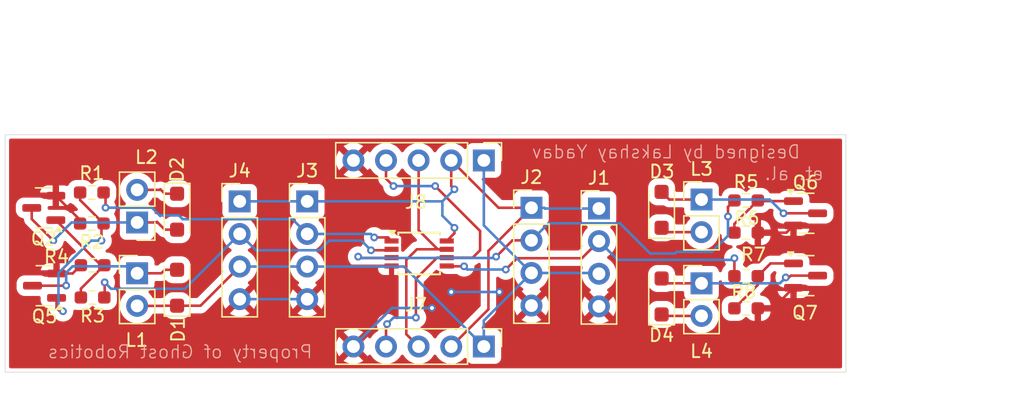
<source format=kicad_pcb>
(kicad_pcb (version 20241229) (generator "pcbnew") (generator_version "9.0")
  (layers (0 "F.Cu" signal) (2 "B.Cu" signal) (13 "F.Paste" user) (15 "B.Paste" user) (5 "F.SilkS" user "F.Silkscreen") (7 "B.SilkS" user "B.Silkscreen") (1 "F.Mask" user) (3 "B.Mask" user) (25 "Edge.Cuts" user))
  (net 0 "")
  (net 1 "Net-(D1-A)")
  (net 2 "+5V")
  (net 3 "GND")
  (net 4 "Net-(D2-A)")
  (net 5 "scl")
  (net 6 "+3.3V")
  (net 7 "sda")
  (net 8 "Net-(D3-A)")
  (net 9 "Net-(D4-A)")
  (net 10 "Net-(J1-Pin_2)")
  (net 11 "Net-(J2-Pin_2)")
  (net 12 "Net-(J3-Pin_2)")
  (net 13 "Net-(J4-Pin_2)")
  (net 14 "Net-(Q2-G)")
  (net 15 "Net-(Q5-G)")
  (net 16 "Net-(Q6-G)")
  (net 17 "Net-(Q7-G)")
  (footprint "Connector_PinHeader_2.54mm:PinHeader_1x02_P2.54mm_Vertical" (layer "F.Cu") (at 112.25 61.325)
    (property "Reference" "L4" (at 0 5.295 0) (layer "F.SilkS"))
    (property "Value" "L")
    (fp_line (start -1.38 -1.38) (end 0 -1.38) (stroke (width 0.12)) (layer "F.SilkS"))
    (fp_line (start -1.38 0) (end -1.38 -1.38) (stroke (width 0.12)) (layer "F.SilkS"))
    (fp_line (start -1.38 1.27) (end -1.38 3.92) (stroke (width 0.12)) (layer "F.SilkS"))
    (fp_line (start -1.38 1.27) (end 1.38 1.27) (stroke (width 0.12)) (layer "F.SilkS"))
    (fp_line (start -1.38 3.92) (end 1.38 3.92) (stroke (width 0.12)) (layer "F.SilkS"))
    (fp_line (start 1.38 1.27) (end 1.38 3.92) (stroke (width 0.12)) (layer "F.SilkS"))
    (pad "1" thru_hole rect (at 0 0) (size 1.7 1.7) (drill 1) (layers "*.Cu" "*.Mask") (net 9 "Net-(D4-A)"))
    (pad "2" thru_hole circle (at 0 2.54) (size 1.7 1.7) (drill 1) (layers "*.Cu" "*.Mask") (net 2 "+5V"))
  )
  (footprint "Resistor_SMD:R_0603_1608Metric_Pad0.98x0.95mm_HandSolder" (layer "F.Cu") (at 115.725 60.765)
    (property "Reference" "R7" (at 0.5675 -1.68 0) (layer "F.SilkS"))
    (property "Value" "500")
    (fp_line (start -0.254724 -0.5225) (end 0.254724 -0.5225) (stroke (width 0.12)) (layer "F.SilkS"))
    (fp_line (start -0.254724 0.5225) (end 0.254724 0.5225) (stroke (width 0.12)) (layer "F.SilkS"))
    (pad "1" smd roundrect (at -0.9125 0) (size 0.975 0.95) (layers "F.Cu" "F.Mask" "F.Paste") (net 10 "Net-(J1-Pin_2)"))
    (pad "2" smd roundrect (at 0.9125 0) (size 0.975 0.95) (layers "F.Cu" "F.Mask" "F.Paste") (net 17 "Net-(Q7-G)"))
  )
  (footprint "Resistor_SMD:R_0603_1608Metric_Pad0.98x0.95mm_HandSolder" (layer "F.Cu") (at 115.725 63.275)
    (property "Reference" "R8" (at -0.1825 -1.275 0) (layer "F.SilkS"))
    (property "Value" "10K")
    (fp_line (start -0.254724 -0.5225) (end 0.254724 -0.5225) (stroke (width 0.12)) (layer "F.SilkS"))
    (fp_line (start -0.254724 0.5225) (end 0.254724 0.5225) (stroke (width 0.12)) (layer "F.SilkS"))
    (pad "1" smd roundrect (at -0.9125 0) (size 0.975 0.95) (layers "F.Cu" "F.Mask" "F.Paste") (net 17 "Net-(Q7-G)"))
    (pad "2" smd roundrect (at 0.9125 0) (size 0.975 0.95) (layers "F.Cu" "F.Mask" "F.Paste") (net 3 "GND"))
  )
  (footprint "Resistor_SMD:R_0603_1608Metric_Pad0.98x0.95mm_HandSolder" (layer "F.Cu") (at 64.807819 59.917146 180)
    (property "Reference" "R4" (at 2.807819 0.667146 0) (layer "F.SilkS"))
    (property "Value" "10K")
    (fp_line (start -0.254724 0.5225) (end 0.254724 0.5225) (stroke (width 0.12)) (layer "F.SilkS"))
    (fp_line (start -0.254724 -0.5225) (end 0.254724 -0.5225) (stroke (width 0.12)) (layer "F.SilkS"))
    (pad "1" smd roundrect (at -0.9125 0 180) (size 0.975 0.95) (layers "F.Cu" "F.Mask" "F.Paste") (net 14 "Net-(Q2-G)"))
    (pad "2" smd roundrect (at 0.9125 0 180) (size 0.975 0.95) (layers "F.Cu" "F.Mask" "F.Paste") (net 3 "GND"))
  )
  (footprint "Resistor_SMD:R_0603_1608Metric_Pad0.98x0.95mm_HandSolder" (layer "F.Cu") (at 64.75 56.667146 180)
    (property "Reference" "R2" (at 0 -1.43 0) (layer "F.SilkS"))
    (property "Value" "10K")
    (fp_line (start -0.254724 0.5225) (end 0.254724 0.5225) (stroke (width 0.12)) (layer "F.SilkS"))
    (fp_line (start -0.254724 -0.5225) (end 0.254724 -0.5225) (stroke (width 0.12)) (layer "F.SilkS"))
    (pad "1" smd roundrect (at -0.9125 0 180) (size 0.975 0.95) (layers "F.Cu" "F.Mask" "F.Paste") (net 15 "Net-(Q5-G)"))
    (pad "2" smd roundrect (at 0.9125 0 180) (size 0.975 0.95) (layers "F.Cu" "F.Mask" "F.Paste") (net 3 "GND"))
  )
  (footprint "Package_TO_SOT_SMD:SOT-23" (layer "F.Cu") (at 120.355 60.725)
    (property "Reference" "Q7" (at -0.0425 2.895 0) (layer "F.SilkS"))
    (property "Value" "AO3400A")
    (fp_line (start 0 -1.56) (end -0.65 -1.56) (stroke (width 0.12)) (layer "F.SilkS"))
    (fp_line (start 0 -1.56) (end 0.65 -1.56) (stroke (width 0.12)) (layer "F.SilkS"))
    (fp_line (start 0 1.56) (end -0.65 1.56) (stroke (width 0.12)) (layer "F.SilkS"))
    (fp_line (start 0 1.56) (end 0.65 1.56) (stroke (width 0.12)) (layer "F.SilkS"))
    (fp_poly (pts (xy -1.1625 -1.51) (xy -1.4025 -1.84) (xy -0.9225 -1.84)) (stroke (width 0.12)) (fill yes) (layer "F.SilkS"))
    (pad "1" smd roundrect (at -0.9375 -0.95) (size 1.475 0.6) (layers "F.Cu" "F.Mask" "F.Paste") (net 17 "Net-(Q7-G)"))
    (pad "2" smd roundrect (at -0.9375 0.95) (size 1.475 0.6) (layers "F.Cu" "F.Mask" "F.Paste") (net 3 "GND"))
    (pad "3" smd roundrect (at 0.9375 0) (size 1.475 0.6) (layers "F.Cu" "F.Mask" "F.Paste") (net 9 "Net-(D4-A)"))
  )
  (footprint "Connector_PinHeader_2.54mm:PinHeader_1x02_P2.54mm_Vertical" (layer "F.Cu") (at 68.279681 60.542854)
    (property "Reference" "L1" (at -0.029681 5.207146 0) (layer "F.SilkS"))
    (property "Value" "L")
    (fp_line (start -1.38 -1.38) (end 0 -1.38) (stroke (width 0.12)) (layer "F.SilkS"))
    (fp_line (start -1.38 0) (end -1.38 -1.38) (stroke (width 0.12)) (layer "F.SilkS"))
    (fp_line (start -1.38 1.27) (end -1.38 3.92) (stroke (width 0.12)) (layer "F.SilkS"))
    (fp_line (start -1.38 1.27) (end 1.38 1.27) (stroke (width 0.12)) (layer "F.SilkS"))
    (fp_line (start -1.38 3.92) (end 1.38 3.92) (stroke (width 0.12)) (layer "F.SilkS"))
    (fp_line (start 1.38 1.27) (end 1.38 3.92) (stroke (width 0.12)) (layer "F.SilkS"))
    (pad "1" thru_hole rect (at 0 0) (size 1.7 1.7) (drill 1) (layers "*.Cu" "*.Mask") (net 1 "Net-(D1-A)"))
    (pad "2" thru_hole circle (at 0 2.54) (size 1.7 1.7) (drill 1) (layers "*.Cu" "*.Mask") (net 2 "+5V"))
  )
  (footprint "Diode_SMD:D_SOD-123F" (layer "F.Cu") (at 71.39 61.67 90)
    (property "Reference" "D1" (at -3.287146 0.080319 90) (layer "F.SilkS"))
    (property "Value" "1N4001")
    (fp_line (start -2.21 -1) (end 1.65 -1) (stroke (width 0.12)) (layer "F.SilkS"))
    (fp_line (start -2.21 -1) (end -2.21 1) (stroke (width 0.12)) (layer "F.SilkS"))
    (fp_line (start -2.21 1) (end 1.65 1) (stroke (width 0.12)) (layer "F.SilkS"))
    (pad "1" smd roundrect (at -1.4 0 90) (size 1.1 1.1) (layers "F.Cu" "F.Mask" "F.Paste") (roundrect_rratio 0.2272727273) (net 2 "+5V"))
    (pad "2" smd roundrect (at 1.4 0 90) (size 1.1 1.1) (layers "F.Cu" "F.Mask" "F.Paste") (roundrect_rratio 0.2272727273) (net 1 "Net-(D1-A)"))
  )
  (footprint "Connector_PinHeader_2.54mm:PinHeader_1x05_P2.54mm_Vertical" (layer "F.Cu") (at 95.29 51.75 -90)
    (property "Reference" "J8" (at 3.25 5.29 180) (layer "F.SilkS"))
    (property "Value" "Conn_01x05")
    (fp_line (start -1.38 11.54) (end 1.38 11.54) (stroke (width 0.12)) (layer "F.SilkS"))
    (fp_line (start -1.38 1.27) (end -1.38 11.54) (stroke (width 0.12)) (layer "F.SilkS"))
    (fp_line (start -1.38 1.27) (end 1.38 1.27) (stroke (width 0.12)) (layer "F.SilkS"))
    (fp_line (start 1.38 1.27) (end 1.38 11.54) (stroke (width 0.12)) (layer "F.SilkS"))
    (fp_line (start -1.38 0) (end -1.38 -1.38) (stroke (width 0.12)) (layer "F.SilkS"))
    (fp_line (start -1.38 -1.38) (end 0 -1.38) (stroke (width 0.12)) (layer "F.SilkS"))
    (pad "1" thru_hole rect (at 0 0 270) (size 1.7 1.7) (drill 1) (layers "*.Cu" "*.Mask") (net 2 "+5V"))
    (pad "2" thru_hole circle (at 0 2.54 270) (size 1.7 1.7) (drill 1) (layers "*.Cu" "*.Mask") (net 6 "+3.3V"))
    (pad "3" thru_hole circle (at 0 5.08 270) (size 1.7 1.7) (drill 1) (layers "*.Cu" "*.Mask") (net 7 "sda"))
    (pad "4" thru_hole circle (at 0 7.62 270) (size 1.7 1.7) (drill 1) (layers "*.Cu" "*.Mask") (net 5 "scl"))
    (pad "5" thru_hole circle (at 0 10.16 270) (size 1.7 1.7) (drill 1) (layers "*.Cu" "*.Mask") (net 3 "GND"))
  )
  (footprint "Package_TO_SOT_SMD:SOT-23" (layer "F.Cu") (at 61.005 55.45 180)
    (property "Reference" "Q2" (at 0 -2.4 0) (layer "F.SilkS"))
    (property "Value" "AO3400A")
    (fp_line (start 0 1.56) (end 0.65 1.56) (stroke (width 0.12)) (layer "F.SilkS"))
    (fp_line (start 0 1.56) (end -0.65 1.56) (stroke (width 0.12)) (layer "F.SilkS"))
    (fp_line (start 0 -1.56) (end 0.65 -1.56) (stroke (width 0.12)) (layer "F.SilkS"))
    (fp_line (start 0 -1.56) (end -0.65 -1.56) (stroke (width 0.12)) (layer "F.SilkS"))
    (fp_poly (pts (xy -1.1625 -1.51) (xy -1.4025 -1.84) (xy -0.9225 -1.84)) (stroke (width 0.12)) (fill yes) (layer "F.SilkS"))
    (pad "1" smd roundrect (at -0.9375 -0.95 180) (size 1.475 0.6) (layers "F.Cu" "F.Mask" "F.Paste") (net 14 "Net-(Q2-G)"))
    (pad "2" smd roundrect (at -0.9375 0.95 180) (size 1.475 0.6) (layers "F.Cu" "F.Mask" "F.Paste") (net 3 "GND"))
    (pad "3" smd roundrect (at 0.9375 0 180) (size 1.475 0.6) (layers "F.Cu" "F.Mask" "F.Paste") (net 4 "Net-(D2-A)"))
  )
  (footprint "Connector_PinHeader_2.54mm:PinHeader_1x04_P2.54mm_Vertical" (layer "F.Cu") (at 104.26 55.5)
    (property "Reference" "J1" (at 0 -2.38 0) (layer "F.SilkS"))
    (property "Value" "Conn_01x04_Pin")
    (fp_line (start -1.38 -1.38) (end 0 -1.38) (stroke (width 0.12)) (layer "F.SilkS"))
    (fp_line (start -1.38 0) (end -1.38 -1.38) (stroke (width 0.12)) (layer "F.SilkS"))
    (fp_line (start -1.38 1.27) (end -1.38 9) (stroke (width 0.12)) (layer "F.SilkS"))
    (fp_line (start -1.38 1.27) (end 1.38 1.27) (stroke (width 0.12)) (layer "F.SilkS"))
    (fp_line (start -1.38 9) (end 1.38 9) (stroke (width 0.12)) (layer "F.SilkS"))
    (fp_line (start 1.38 1.27) (end 1.38 9) (stroke (width 0.12)) (layer "F.SilkS"))
    (pad "1" thru_hole rect (at 0 0) (size 1.7 1.7) (drill 1) (layers "*.Cu" "*.Mask") (net 6 "+3.3V"))
    (pad "2" thru_hole circle (at 0 2.54) (size 1.7 1.7) (drill 1) (layers "*.Cu" "*.Mask") (net 10 "Net-(J1-Pin_2)"))
    (pad "3" thru_hole circle (at 0 5.08) (size 1.7 1.7) (drill 1) (layers "*.Cu" "*.Mask") (net 2 "+5V"))
    (pad "4" thru_hole circle (at 0 7.62) (size 1.7 1.7) (drill 1) (layers "*.Cu" "*.Mask") (net 3 "GND"))
  )
  (footprint "Resistor_SMD:R_0603_1608Metric_Pad0.98x0.95mm_HandSolder" (layer "F.Cu") (at 115.725 54.87)
    (property "Reference" "R5" (at 0 -1.43 0) (layer "F.SilkS"))
    (property "Value" "500")
    (fp_line (start -0.254724 -0.5225) (end 0.254724 -0.5225) (stroke (width 0.12)) (layer "F.SilkS"))
    (fp_line (start -0.254724 0.5225) (end 0.254724 0.5225) (stroke (width 0.12)) (layer "F.SilkS"))
    (pad "1" smd roundrect (at -0.9125 0) (size 0.975 0.95) (layers "F.Cu" "F.Mask" "F.Paste") (net 11 "Net-(J2-Pin_2)"))
    (pad "2" smd roundrect (at 0.9125 0) (size 0.975 0.95) (layers "F.Cu" "F.Mask" "F.Paste") (net 16 "Net-(Q6-G)"))
  )
  (footprint "Connector_PinHeader_2.54mm:PinHeader_1x02_P2.54mm_Vertical" (layer "F.Cu") (at 68.279681 56.582854 180)
    (property "Reference" "L2" (at -0.720319 5.082854 0) (layer "F.SilkS"))
    (property "Value" "L")
    (fp_line (start 1.38 1.27) (end 1.38 3.92) (stroke (width 0.12)) (layer "F.SilkS"))
    (fp_line (start -1.38 3.92) (end 1.38 3.92) (stroke (width 0.12)) (layer "F.SilkS"))
    (fp_line (start -1.38 1.27) (end 1.38 1.27) (stroke (width 0.12)) (layer "F.SilkS"))
    (fp_line (start -1.38 1.27) (end -1.38 3.92) (stroke (width 0.12)) (layer "F.SilkS"))
    (fp_line (start -1.38 0) (end -1.38 -1.38) (stroke (width 0.12)) (layer "F.SilkS"))
    (fp_line (start -1.38 -1.38) (end 0 -1.38) (stroke (width 0.12)) (layer "F.SilkS"))
    (pad "1" thru_hole rect (at 0 0 180) (size 1.7 1.7) (drill 1) (layers "*.Cu" "*.Mask") (net 4 "Net-(D2-A)"))
    (pad "2" thru_hole circle (at 0 2.54 180) (size 1.7 1.7) (drill 1) (layers "*.Cu" "*.Mask") (net 2 "+5V"))
  )
  (footprint "Resistor_SMD:R_0603_1608Metric_Pad0.98x0.95mm_HandSolder" (layer "F.Cu") (at 115.725 57.38)
    (property "Reference" "R6" (at 0.0675 -1.13 0) (layer "F.SilkS"))
    (property "Value" "10K")
    (fp_line (start -0.254724 -0.5225) (end 0.254724 -0.5225) (stroke (width 0.12)) (layer "F.SilkS"))
    (fp_line (start -0.254724 0.5225) (end 0.254724 0.5225) (stroke (width 0.12)) (layer "F.SilkS"))
    (pad "1" smd roundrect (at -0.9125 0) (size 0.975 0.95) (layers "F.Cu" "F.Mask" "F.Paste") (net 16 "Net-(Q6-G)"))
    (pad "2" smd roundrect (at 0.9125 0) (size 0.975 0.95) (layers "F.Cu" "F.Mask" "F.Paste") (net 3 "GND"))
  )
  (footprint "Diode_SMD:D_SOD-123F" (layer "F.Cu") (at 71.39 55.745 -90)
    (property "Reference" "D2" (at -3.287854 0 90) (layer "F.SilkS"))
    (property "Value" "1N4001")
    (fp_line (start -2.21 1) (end 1.65 1) (stroke (width 0.12)) (layer "F.SilkS"))
    (fp_line (start -2.21 -1) (end -2.21 1) (stroke (width 0.12)) (layer "F.SilkS"))
    (fp_line (start -2.21 -1) (end 1.65 -1) (stroke (width 0.12)) (layer "F.SilkS"))
    (pad "1" smd roundrect (at -1.4 0 270) (size 1.1 1.1) (layers "F.Cu" "F.Mask" "F.Paste") (roundrect_rratio 0.2272727273) (net 2 "+5V"))
    (pad "2" smd roundrect (at 1.4 0 270) (size 1.1 1.1) (layers "F.Cu" "F.Mask" "F.Paste") (roundrect_rratio 0.2272727273) (net 4 "Net-(D2-A)"))
  )
  (footprint "Package_SO:TSSOP-8_3x3mm_P0.65mm" (layer "F.Cu") (at 90.25 59)
    (property "Reference" "U1" (hide yes))
    (property "Value" "PCA9536DP" (hide yes))
    (fp_line (start -1.625 -1.625) (end -1.625 -1.45) (stroke (width 0.15)) (layer "F.SilkS"))
    (fp_line (start -1.625 -1.625) (end 1.625 -1.625) (stroke (width 0.15)) (layer "F.SilkS"))
    (fp_line (start -1.625 1.45) (end -1.625 1.625) (stroke (width 0.15)) (layer "F.SilkS"))
    (fp_line (start -1.625 1.625) (end 1.625 1.625) (stroke (width 0.15)) (layer "F.SilkS"))
    (fp_line (start 1.625 -1.625) (end 1.625 -1.45) (stroke (width 0.15)) (layer "F.SilkS"))
    (fp_line (start 1.625 1.45) (end 1.625 1.625) (stroke (width 0.15)) (layer "F.SilkS"))
    (fp_poly (pts (xy -2.1 -1.45) (xy -2.34 -1.78) (xy -1.86 -1.78) (xy -2.1 -1.45)) (stroke (width 0.12)) (fill yes) (layer "F.SilkS"))
    (pad "1" smd rect (at -2.15 -0.975) (size 1.1 0.4) (layers "F.Cu" "F.Mask" "F.Paste") (net 12 "Net-(J3-Pin_2)"))
    (pad "2" smd rect (at -2.15 -0.325) (size 1.1 0.4) (layers "F.Cu" "F.Mask" "F.Paste") (net 13 "Net-(J4-Pin_2)"))
    (pad "3" smd rect (at -2.15 0.325) (size 1.1 0.4) (layers "F.Cu" "F.Mask" "F.Paste") (net 11 "Net-(J2-Pin_2)"))
    (pad "4" smd rect (at -2.15 0.975) (size 1.1 0.4) (layers "F.Cu" "F.Mask" "F.Paste") (net 3 "GND"))
    (pad "5" smd rect (at 2.15 0.975) (size 1.1 0.4) (layers "F.Cu" "F.Mask" "F.Paste") (net 10 "Net-(J1-Pin_2)"))
    (pad "6" smd rect (at 2.15 0.325) (size 1.1 0.4) (layers "F.Cu" "F.Mask" "F.Paste") (net 5 "scl"))
    (pad "7" smd rect (at 2.15 -0.325) (size 1.1 0.4) (layers "F.Cu" "F.Mask" "F.Paste") (net 7 "sda"))
    (pad "8" smd rect (at 2.15 -0.975) (size 1.1 0.4) (layers "F.Cu" "F.Mask" "F.Paste") (net 6 "+3.3V"))
  )
  (footprint "Connector_PinHeader_2.54mm:PinHeader_1x04_P2.54mm_Vertical" (layer "F.Cu") (at 76.27 54.94)
    (property "Reference" "J4" (at 0 -2.38 0) (layer "F.SilkS"))
    (property "Value" "Conn_01x04_Pin")
    (fp_line (start -1.38 -1.38) (end 0 -1.38) (stroke (width 0.12)) (layer "F.SilkS"))
    (fp_line (start -1.38 0) (end -1.38 -1.38) (stroke (width 0.12)) (layer "F.SilkS"))
    (fp_line (start -1.38 1.27) (end -1.38 9) (stroke (width 0.12)) (layer "F.SilkS"))
    (fp_line (start -1.38 1.27) (end 1.38 1.27) (stroke (width 0.12)) (layer "F.SilkS"))
    (fp_line (start -1.38 9) (end 1.38 9) (stroke (width 0.12)) (layer "F.SilkS"))
    (fp_line (start 1.38 1.27) (end 1.38 9) (stroke (width 0.12)) (layer "F.SilkS"))
    (pad "1" thru_hole rect (at 0 0) (size 1.7 1.7) (drill 1) (layers "*.Cu" "*.Mask") (net 6 "+3.3V"))
    (pad "2" thru_hole circle (at 0 2.54) (size 1.7 1.7) (drill 1) (layers "*.Cu" "*.Mask") (net 13 "Net-(J4-Pin_2)"))
    (pad "3" thru_hole circle (at 0 5.08) (size 1.7 1.7) (drill 1) (layers "*.Cu" "*.Mask") (net 2 "+5V"))
    (pad "4" thru_hole circle (at 0 7.62) (size 1.7 1.7) (drill 1) (layers "*.Cu" "*.Mask") (net 3 "GND"))
  )
  (footprint "Resistor_SMD:R_0603_1608Metric_Pad0.98x0.95mm_HandSolder" (layer "F.Cu") (at 64.75 54.25 180)
    (property "Reference" "R1" (at 0 1.5 0) (layer "F.SilkS"))
    (property "Value" "500")
    (fp_line (start -0.254724 0.5225) (end 0.254724 0.5225) (stroke (width 0.12)) (layer "F.SilkS"))
    (fp_line (start -0.254724 -0.5225) (end 0.254724 -0.5225) (stroke (width 0.12)) (layer "F.SilkS"))
    (pad "1" smd roundrect (at -0.9125 0 180) (size 0.975 0.95) (layers "F.Cu" "F.Mask" "F.Paste") (net 12 "Net-(J3-Pin_2)"))
    (pad "2" smd roundrect (at 0.9125 0 180) (size 0.975 0.95) (layers "F.Cu" "F.Mask" "F.Paste") (net 15 "Net-(Q5-G)"))
  )
  (footprint "Connector_PinHeader_2.54mm:PinHeader_1x02_P2.54mm_Vertical" (layer "F.Cu") (at 112.25 54.8)
    (property "Reference" "L3" (at 0 -2.38 0) (layer "F.SilkS"))
    (property "Value" "L")
    (fp_line (start -1.38 -1.38) (end 0 -1.38) (stroke (width 0.12)) (layer "F.SilkS"))
    (fp_line (start -1.38 0) (end -1.38 -1.38) (stroke (width 0.12)) (layer "F.SilkS"))
    (fp_line (start -1.38 1.27) (end -1.38 3.92) (stroke (width 0.12)) (layer "F.SilkS"))
    (fp_line (start -1.38 1.27) (end 1.38 1.27) (stroke (width 0.12)) (layer "F.SilkS"))
    (fp_line (start -1.38 3.92) (end 1.38 3.92) (stroke (width 0.12)) (layer "F.SilkS"))
    (fp_line (start 1.38 1.27) (end 1.38 3.92) (stroke (width 0.12)) (layer "F.SilkS"))
    (pad "1" thru_hole rect (at 0 0) (size 1.7 1.7) (drill 1) (layers "*.Cu" "*.Mask") (net 8 "Net-(D3-A)"))
    (pad "2" thru_hole circle (at 0 2.54) (size 1.7 1.7) (drill 1) (layers "*.Cu" "*.Mask") (net 2 "+5V"))
  )
  (footprint "Connector_PinHeader_2.54mm:PinHeader_1x04_P2.54mm_Vertical" (layer "F.Cu") (at 81.53 54.94)
    (property "Reference" "J3" (at 0 -2.38 0) (layer "F.SilkS"))
    (property "Value" "Conn_01x04_Pin")
    (fp_line (start -1.38 -1.38) (end 0 -1.38) (stroke (width 0.12)) (layer "F.SilkS"))
    (fp_line (start -1.38 0) (end -1.38 -1.38) (stroke (width 0.12)) (layer "F.SilkS"))
    (fp_line (start -1.38 1.27) (end -1.38 9) (stroke (width 0.12)) (layer "F.SilkS"))
    (fp_line (start -1.38 1.27) (end 1.38 1.27) (stroke (width 0.12)) (layer "F.SilkS"))
    (fp_line (start -1.38 9) (end 1.38 9) (stroke (width 0.12)) (layer "F.SilkS"))
    (fp_line (start 1.38 1.27) (end 1.38 9) (stroke (width 0.12)) (layer "F.SilkS"))
    (pad "1" thru_hole rect (at 0 0) (size 1.7 1.7) (drill 1) (layers "*.Cu" "*.Mask") (net 6 "+3.3V"))
    (pad "2" thru_hole circle (at 0 2.54) (size 1.7 1.7) (drill 1) (layers "*.Cu" "*.Mask") (net 12 "Net-(J3-Pin_2)"))
    (pad "3" thru_hole circle (at 0 5.08) (size 1.7 1.7) (drill 1) (layers "*.Cu" "*.Mask") (net 2 "+5V"))
    (pad "4" thru_hole circle (at 0 7.62) (size 1.7 1.7) (drill 1) (layers "*.Cu" "*.Mask") (net 3 "GND"))
  )
  (footprint "Resistor_SMD:R_0603_1608Metric_Pad0.98x0.95mm_HandSolder" (layer "F.Cu") (at 64.807819 62.427146 180)
    (property "Reference" "R3" (at 0 -1.43 0) (layer "F.SilkS"))
    (property "Value" "500")
    (fp_line (start -0.254724 0.5225) (end 0.254724 0.5225) (stroke (width 0.12)) (layer "F.SilkS"))
    (fp_line (start -0.254724 -0.5225) (end 0.254724 -0.5225) (stroke (width 0.12)) (layer "F.SilkS"))
    (pad "1" smd roundrect (at -0.9125 0 180) (size 0.975 0.95) (layers "F.Cu" "F.Mask" "F.Paste") (net 13 "Net-(J4-Pin_2)"))
    (pad "2" smd roundrect (at 0.9125 0 180) (size 0.975 0.95) (layers "F.Cu" "F.Mask" "F.Paste") (net 14 "Net-(Q2-G)"))
  )
  (footprint "Connector_PinHeader_2.54mm:PinHeader_1x04_P2.54mm_Vertical" (layer "F.Cu") (at 99 55.44)
    (property "Reference" "J2" (at 0 -2.38 0) (layer "F.SilkS"))
    (property "Value" "Conn_01x04_Pin")
    (fp_line (start -1.38 -1.38) (end 0 -1.38) (stroke (width 0.12)) (layer "F.SilkS"))
    (fp_line (start -1.38 0) (end -1.38 -1.38) (stroke (width 0.12)) (layer "F.SilkS"))
    (fp_line (start -1.38 1.27) (end -1.38 9) (stroke (width 0.12)) (layer "F.SilkS"))
    (fp_line (start -1.38 1.27) (end 1.38 1.27) (stroke (width 0.12)) (layer "F.SilkS"))
    (fp_line (start -1.38 9) (end 1.38 9) (stroke (width 0.12)) (layer "F.SilkS"))
    (fp_line (start 1.38 1.27) (end 1.38 9) (stroke (width 0.12)) (layer "F.SilkS"))
    (pad "1" thru_hole rect (at 0 0) (size 1.7 1.7) (drill 1) (layers "*.Cu" "*.Mask") (net 6 "+3.3V"))
    (pad "2" thru_hole circle (at 0 2.54) (size 1.7 1.7) (drill 1) (layers "*.Cu" "*.Mask") (net 11 "Net-(J2-Pin_2)"))
    (pad "3" thru_hole circle (at 0 5.08) (size 1.7 1.7) (drill 1) (layers "*.Cu" "*.Mask") (net 2 "+5V"))
    (pad "4" thru_hole circle (at 0 7.62) (size 1.7 1.7) (drill 1) (layers "*.Cu" "*.Mask") (net 3 "GND"))
  )
  (footprint "Package_TO_SOT_SMD:SOT-23" (layer "F.Cu") (at 61.0625 61.51 180)
    (property "Reference" "Q5" (at 0 -2.4 0) (layer "F.SilkS"))
    (property "Value" "AO3400A" (hide yes))
    (fp_line (start 0 1.56) (end 0.65 1.56) (stroke (width 0.12)) (layer "F.SilkS"))
    (fp_line (start 0 1.56) (end -0.65 1.56) (stroke (width 0.12)) (layer "F.SilkS"))
    (fp_line (start 0 -1.56) (end 0.65 -1.56) (stroke (width 0.12)) (layer "F.SilkS"))
    (fp_line (start 0 -1.56) (end -0.65 -1.56) (stroke (width 0.12)) (layer "F.SilkS"))
    (fp_poly (pts (xy -1.1625 -1.51) (xy -1.4025 -1.84) (xy -0.9225 -1.84)) (stroke (width 0.12)) (fill yes) (layer "F.SilkS"))
    (pad "1" smd roundrect (at -0.9375 -0.95 180) (size 1.475 0.6) (layers "F.Cu" "F.Mask" "F.Paste") (net 15 "Net-(Q5-G)"))
    (pad "2" smd roundrect (at -0.9375 0.95 180) (size 1.475 0.6) (layers "F.Cu" "F.Mask" "F.Paste") (net 3 "GND"))
    (pad "3" smd roundrect (at 0.9375 0 180) (size 1.475 0.6) (layers "F.Cu" "F.Mask" "F.Paste") (net 1 "Net-(D1-A)"))
  )
  (footprint "Diode_SMD:D_SOD-123F" (layer "F.Cu") (at 109.14 62.35 90)
    (property "Reference" "D4" (at -3.02 0 180) (layer "F.SilkS"))
    (property "Value" "1N4001")
    (fp_line (start -2.21 -1) (end 1.65 -1) (stroke (width 0.12)) (layer "F.SilkS"))
    (fp_line (start -2.21 -1) (end -2.21 1) (stroke (width 0.12)) (layer "F.SilkS"))
    (fp_line (start -2.21 1) (end 1.65 1) (stroke (width 0.12)) (layer "F.SilkS"))
    (pad "1" smd roundrect (at -1.4 0 90) (size 1.1 1.1) (layers "F.Cu" "F.Mask" "F.Paste") (roundrect_rratio 0.2272727273) (net 2 "+5V"))
    (pad "2" smd roundrect (at 1.4 0 90) (size 1.1 1.1) (layers "F.Cu" "F.Mask" "F.Paste") (roundrect_rratio 0.2272727273) (net 9 "Net-(D4-A)"))
  )
  (footprint "Connector_PinHeader_2.54mm:PinHeader_1x05_P2.54mm_Vertical" (layer "F.Cu") (at 95.29 66.25 -90)
    (property "Reference" "J7" (at -3.25 5.29 180) (layer "F.SilkS"))
    (property "Value" "Conn_01x05")
    (fp_line (start -1.38 11.54) (end 1.38 11.54) (stroke (width 0.12)) (layer "F.SilkS"))
    (fp_line (start -1.38 1.27) (end -1.38 11.54) (stroke (width 0.12)) (layer "F.SilkS"))
    (fp_line (start -1.38 1.27) (end 1.38 1.27) (stroke (width 0.12)) (layer "F.SilkS"))
    (fp_line (start 1.38 1.27) (end 1.38 11.54) (stroke (width 0.12)) (layer "F.SilkS"))
    (fp_line (start -1.38 0) (end -1.38 -1.38) (stroke (width 0.12)) (layer "F.SilkS"))
    (fp_line (start -1.38 -1.38) (end 0 -1.38) (stroke (width 0.12)) (layer "F.SilkS"))
    (pad "1" thru_hole rect (at 0 0 270) (size 1.7 1.7) (drill 1) (layers "*.Cu" "*.Mask") (net 2 "+5V"))
    (pad "2" thru_hole circle (at 0 2.54 270) (size 1.7 1.7) (drill 1) (layers "*.Cu" "*.Mask") (net 6 "+3.3V"))
    (pad "3" thru_hole circle (at 0 5.08 270) (size 1.7 1.7) (drill 1) (layers "*.Cu" "*.Mask") (net 7 "sda"))
    (pad "4" thru_hole circle (at 0 7.62 270) (size 1.7 1.7) (drill 1) (layers "*.Cu" "*.Mask") (net 5 "scl"))
    (pad "5" thru_hole circle (at 0 10.16 270) (size 1.7 1.7) (drill 1) (layers "*.Cu" "*.Mask") (net 3 "GND"))
  )
  (footprint "Package_TO_SOT_SMD:SOT-23" (layer "F.Cu") (at 120.355 55.87)
    (property "Reference" "Q6" (at 0 -2.4 0) (layer "F.SilkS"))
    (property "Value" "AO3400A")
    (fp_line (start 0 -1.56) (end -0.65 -1.56) (stroke (width 0.12)) (layer "F.SilkS"))
    (fp_line (start 0 -1.56) (end 0.65 -1.56) (stroke (width 0.12)) (layer "F.SilkS"))
    (fp_line (start 0 1.56) (end -0.65 1.56) (stroke (width 0.12)) (layer "F.SilkS"))
    (fp_line (start 0 1.56) (end 0.65 1.56) (stroke (width 0.12)) (layer "F.SilkS"))
    (fp_poly (pts (xy -1.1625 -1.51) (xy -1.4025 -1.84) (xy -0.9225 -1.84)) (stroke (width 0.12)) (fill yes) (layer "F.SilkS"))
    (pad "1" smd roundrect (at -0.9375 -0.95) (size 1.475 0.6) (layers "F.Cu" "F.Mask" "F.Paste") (net 16 "Net-(Q6-G)"))
    (pad "2" smd roundrect (at -0.9375 0.95) (size 1.475 0.6) (layers "F.Cu" "F.Mask" "F.Paste") (net 3 "GND"))
    (pad "3" smd roundrect (at 0.9375 0) (size 1.475 0.6) (layers "F.Cu" "F.Mask" "F.Paste") (net 8 "Net-(D3-A)"))
  )
  (footprint "Diode_SMD:D_SOD-123F" (layer "F.Cu") (at 109.14 55.6 90)
    (property "Reference" "D3" (at 2.98 0.026247 180) (layer "F.SilkS"))
    (property "Value" "1N4001")
    (fp_line (start -2.21 -1) (end 1.65 -1) (stroke (width 0.12)) (layer "F.SilkS"))
    (fp_line (start -2.21 -1) (end -2.21 1) (stroke (width 0.12)) (layer "F.SilkS"))
    (fp_line (start -2.21 1) (end 1.65 1) (stroke (width 0.12)) (layer "F.SilkS"))
    (pad "1" smd roundrect (at -1.4 0 90) (size 1.1 1.1) (layers "F.Cu" "F.Mask" "F.Paste") (roundrect_rratio 0.2272727273) (net 2 "+5V"))
    (pad "2" smd roundrect (at 1.4 0 90) (size 1.1 1.1) (layers "F.Cu" "F.Mask" "F.Paste") (roundrect_rratio 0.2272727273) (net 8 "Net-(D3-A)"))
  )
  (gr_line (start 122.75 49.75) (end 123.5 49.75) (stroke (width 0.05)) (layer "Edge.Cuts"))
  (gr_line (start 58 68.25) (end 58 49.75) (stroke (width 0.05)) (layer "Edge.Cuts"))
  (gr_line (start 58 49.75) (end 122.75 49.75) (stroke (width 0.05)) (layer "Edge.Cuts"))
  (gr_line (start 123.5 49.75) (end 123.5 68.25) (stroke (width 0.05)) (layer "Edge.Cuts"))
  (gr_line (start 122.75 68.25) (end 123.5 68.25) (stroke (width 0.05)) (layer "Edge.Cuts"))
  (gr_line (start 122.75 68.25) (end 58 68.25) (stroke (width 0.05)) (layer "Edge.Cuts"))
  (gr_text "Property of Ghost Robotics" (at 82 67.25 0) (layer "B.SilkS") (effects (font (size 1 1) (thickness 0.1)) (justify left bottom mirror)))
  (gr_text "et. al." (at 121.8125 53.37 0) (layer "B.SilkS") (effects (font (size 1 1) (thickness 0.1)) (justify left bottom mirror)))
  (gr_text "Designed by Lakshay Yadav" (at 120 50.5 0) (layer "B.SilkS") (effects (font (size 1 1) (thickness 0.1)) (justify left top mirror)))
  (segment (start 71.39 60.27) (end 70.435 60.27) (width 0.2) (layer "F.Cu") (net 1))
  (segment (start 62.75 61.5) (end 62.74 61.51) (width 0.2) (layer "F.Cu") (net 1))
  (segment (start 70.435 60.27) (end 70.162146 60.542854) (width 0.2) (layer "F.Cu") (net 1))
  (segment (start 62.74 61.51) (end 60.125 61.51) (width 0.2) (layer "F.Cu") (net 1))
  (segment (start 70.162146 60.542854) (end 68.279681 60.542854) (width 0.2) (layer "F.Cu") (net 1))
  (via (at 62.75 61.5) (size 0.6) (drill 0.3) (layers "F.Cu" "B.Cu") (net 1))
  (segment (start 63.25 60) (end 62.75 60.5) (width 0.2) (layer "B.Cu") (net 1))
  (segment (start 67.736827 60) (end 63.25 60) (width 0.2) (layer "B.Cu") (net 1))
  (segment (start 62.75 60.5) (end 62.75 61.5) (width 0.2) (layer "B.Cu") (net 1))
  (segment (start 68.279681 60.542854) (end 67.736827 60) (width 0.2) (layer "B.Cu") (net 1))
  (segment (start 70.047146 54.042854) (end 68.279681 54.042854) (width 0.2) (layer "F.Cu") (net 2))
  (segment (start 70.435 54.345) (end 71.39 54.345) (width 0.2) (layer "F.Cu") (net 2))
  (segment (start 109.255 63.865) (end 109.14 63.75) (width 0.2) (layer "F.Cu") (net 2))
  (segment (start 70.09 54) (end 70.047146 54.042854) (width 0.2) (layer "F.Cu") (net 2))
  (segment (start 112.25 57.34) (end 109.48 57.34) (width 0.2) (layer "F.Cu") (net 2))
  (segment (start 70.362146 63.082854) (end 68.279681 63.082854) (width 0.2) (layer "F.Cu") (net 2))
  (segment (start 73.22 63.07) (end 76.27 60.02) (width 0.2) (layer "F.Cu") (net 2))
  (segment (start 112.135 63.75) (end 112.25 63.865) (width 0.2) (layer "F.Cu") (net 2))
  (segment (start 109.48 57.34) (end 109.14 57) (width 0.2) (layer "F.Cu") (net 2))
  (segment (start 71.39 63.07) (end 73.22 63.07) (width 0.2) (layer "F.Cu") (net 2))
  (segment (start 111.91 57) (end 112.25 57.34) (width 0.2) (layer "F.Cu") (net 2))
  (segment (start 70.405 63.04) (end 70.435 63.07) (width 0.2) (layer "F.Cu") (net 2))
  (segment (start 70.405 63.04) (end 70.362146 63.082854) (width 0.2) (layer "F.Cu") (net 2))
  (segment (start 70.435 63.07) (end 71.39 63.07) (width 0.2) (layer "F.Cu") (net 2))
  (segment (start 70.09 54) (end 70.435 54.345) (width 0.2) (layer "F.Cu") (net 2))
  (segment (start 112.25 63.865) (end 109.255 63.865) (width 0.2) (layer "F.Cu") (net 2))
  (segment (start 76.3 59.81) (end 76.24 59.75) (width 0.2) (layer "B.Cu") (net 2))
  (segment (start 104.44 60.52) (end 99 60.52) (width 0.2) (layer "B.Cu") (net 2))
  (segment (start 95.29 56.81) (end 95.29 51.75) (width 0.2) (layer "B.Cu") (net 2))
  (segment (start 89.06 60.02) (end 95.29 66.25) (width 0.2) (layer "B.Cu") (net 2))
  (segment (start 76.27 60.02) (end 81.53 60.02) (width 0.2) (layer "B.Cu") (net 2))
  (segment (start 99 60.52) (end 95.29 56.81) (width 0.2) (layer "B.Cu") (net 2))
  (segment (start 104.5 60.58) (end 104.44 60.52) (width 0.2) (layer "B.Cu") (net 2))
  (segment (start 99 60.52) (end 95.29 64.23) (width 0.2) (layer "B.Cu") (net 2))
  (segment (start 95.29 64.23) (end 95.29 66.25) (width 0.2) (layer "B.Cu") (net 2))
  (segment (start 81.53 60.02) (end 89.06 60.02) (width 0.2) (layer "B.Cu") (net 2))
  (segment (start 84.115 59.975) (end 88.1 59.975) (width 0.2) (layer "F.Cu") (net 3))
  (segment (start 117.8175 63.275) (end 119.4175 61.675) (width 0.2) (layer "F.Cu") (net 3))
  (segment (start 85.13 66.25) (end 88.1 63.28) (width 0.2) (layer "F.Cu") (net 3))
  (segment (start 99 63.06) (end 97.94 62) (width 0.2) (layer "F.Cu") (net 3))
  (segment (start 92.75 62) (end 92.5 62) (width 0.2) (layer "F.Cu") (net 3))
  (segment (start 116.6375 63.275) (end 117.8175 63.275) (width 0.2) (layer "F.Cu") (net 3))
  (segment (start 81.53 62.56) (end 84.115 59.975) (width 0.2) (layer "F.Cu") (net 3))
  (segment (start 63.252465 60.56) (end 63.895319 59.917146) (width 0.2) (layer "F.Cu") (net 3))
  (segment (start 61.9425 54.5) (end 62.53 54.5) (width 0.2) (layer "F.Cu") (net 3))
  (segment (start 63.8375 56.395) (end 63.8375 56.667146) (width 0.2) (layer "F.Cu") (net 3))
  (segment (start 83.75 53.13) (end 83.75 59) (width 0.2) (layer "F.Cu") (net 3))
  (segment (start 92.5 62) (end 91.25 63.25) (width 0.2) (layer "F.Cu") (net 3))
  (segment (start 62 60.56) (end 63.252465 60.56) (width 0.2) (layer "F.Cu") (net 3))
  (segment (start 118.8575 57.38) (end 119.4175 56.82) (width 0.2) (layer "F.Cu") (net 3))
  (segment (start 83.75 59) (end 84.725 59.975) (width 0.2) (layer "F.Cu") (net 3))
  (segment (start 116.6375 57.38) (end 118.8575 57.38) (width 0.2) (layer "F.Cu") (net 3))
  (segment (start 85.13 51.75) (end 83.75 53.13) (width 0.2) (layer "F.Cu") (net 3))
  (segment (start 61.9425 54.5) (end 63.8375 56.395) (width 0.2) (layer "F.Cu") (net 3))
  (segment (start 88.1 63.28) (end 88.1 59.975) (width 0.2) (layer "F.Cu") (net 3))
  (segment (start 97.94 62) (end 96.5 62) (width 0.2) (layer "F.Cu") (net 3))
  (segment (start 84.725 59.975) (end 88.1 59.975) (width 0.2) (layer "F.Cu") (net 3))
  (segment (start 63.645319 59.667146) (end 63.895319 59.917146) (width 0.2) (layer "F.Cu") (net 3))
  (via (at 96.5 62) (size 0.6) (drill 0.3) (layers "F.Cu" "B.Cu") (net 3))
  (via (at 92.75 62) (size 0.6) (drill 0.3) (layers "F.Cu" "B.Cu") (net 3))
  (via (at 91.25 63.25) (size 0.6) (drill 0.3) (layers "F.Cu" "B.Cu") (net 3))
  (segment (start 91.25 63.25) (end 88.13 63.25) (width 0.2) (layer "B.Cu") (net 3))
  (segment (start 88.13 63.25) (end 85.13 66.25) (width 0.2) (layer "B.Cu") (net 3))
  (segment (start 104.44 63.06) (end 104.5 63.12) (width 0.2) (layer "B.Cu") (net 3))
  (segment (start 76.27 62.56) (end 81.53 62.56) (width 0.2) (layer "B.Cu") (net 3))
  (segment (start 96.5 62) (end 92.75 62) (width 0.2) (layer "B.Cu") (net 3))
  (segment (start 69.83 56.54) (end 69.787146 56.582854) (width 0.2) (layer "F.Cu") (net 4))
  (segment (start 60.0675 56.3175) (end 60.0675 55.45) (width 0.2) (layer "F.Cu") (net 4))
  (segment (start 61.75 58) (end 60.0675 56.3175) (width 0.2) (layer "F.Cu") (net 4))
  (segment (start 69.83 56.54) (end 70.435 57.145) (width 0.2) (layer "F.Cu") (net 4))
  (segment (start 70.435 57.145) (end 71.39 57.145) (width 0.2) (layer "F.Cu") (net 4))
  (segment (start 69.787146 56.582854) (end 68.279681 56.582854) (width 0.2) (layer "F.Cu") (net 4))
  (via (at 61.75 58) (size 0.6) (drill 0.3) (layers "F.Cu" "B.Cu") (net 4))
  (segment (start 63.167146 56.582854) (end 61.75 58) (width 0.2) (layer "B.Cu") (net 4))
  (segment (start 68.279681 56.582854) (end 63.167146 56.582854) (width 0.2) (layer "B.Cu") (net 4))
  (segment (start 90 64) (end 90 60.975) (width 0.2) (layer "F.Cu") (net 5))
  (segment (start 95 58.75) (end 94.425 59.325) (width 0.2) (layer "F.Cu") (net 5))
  (segment (start 87.67 51.75) (end 87.67 53.17) (width 0.2) (layer "F.Cu") (net 5))
  (segment (start 91.5 53.75) (end 95 57.25) (width 0.2) (layer "F.Cu") (net 5))
  (segment (start 94.425 59.325) (end 92.4 59.325) (width 0.2) (layer "F.Cu") (net 5))
  (segment (start 95 57.25) (end 95 58.75) (width 0.2) (layer "F.Cu") (net 5))
  (segment (start 91.65 59.325) (end 92.4 59.325) (width 0.2) (layer "F.Cu") (net 5))
  (segment (start 87.67 53.17) (end 88.25 53.75) (width 0.2) (layer "F.Cu") (net 5))
  (segment (start 87.67 64.58) (end 87.75 64.5) (width 0.2) (layer "F.Cu") (net 5))
  (segment (start 87.67 66.25) (end 87.67 64.58) (width 0.2) (layer "F.Cu") (net 5))
  (segment (start 90 60.975) (end 91.65 59.325) (width 0.2) (layer "F.Cu") (net 5))
  (via (at 88.25 53.75) (size 0.6) (drill 0.3) (layers "F.Cu" "B.Cu") (net 5))
  (via (at 90 64) (size 0.6) (drill 0.3) (layers "F.Cu" "B.Cu") (net 5))
  (via (at 87.75 64.5) (size 0.6) (drill 0.3) (layers "F.Cu" "B.Cu") (net 5))
  (via (at 91.5 53.75) (size 0.6) (drill 0.3) (layers "F.Cu" "B.Cu") (net 5))
  (segment (start 88.25 64) (end 90 64) (width 0.2) (layer "B.Cu") (net 5))
  (segment (start 88.25 53.75) (end 91.5 53.75) (width 0.2) (layer "B.Cu") (net 5))
  (segment (start 87.75 64.5) (end 88.25 64) (width 0.2) (layer "B.Cu") (net 5))
  (segment (start 93 57.425) (end 92.4 58.025) (width 0.2) (layer "F.Cu") (net 6))
  (segment (start 95.649 63.351) (end 95.649 58.791) (width 0.2) (layer "F.Cu") (net 6))
  (segment (start 93 57) (end 93 57.425) (width 0.2) (layer "F.Cu") (net 6))
  (segment (start 99 55.44) (end 96.44 55.44) (width 0.2) (layer "F.Cu") (net 6))
  (segment (start 95.649 58.791) (end 99 55.44) (width 0.2) (layer "F.Cu") (net 6))
  (segment (start 93 54) (end 92.75 53.75) (width 0.2) (layer "F.Cu") (net 6))
  (segment (start 92.75 66.25) (end 95.649 63.351) (width 0.2) (layer "F.Cu") (net 6))
  (segment (start 96.44 55.44) (end 92.75 51.75) (width 0.2) (layer "F.Cu") (net 6))
  (segment (start 92.75 53.75) (end 92.75 51.75) (width 0.2) (layer "F.Cu") (net 6))
  (via (at 93 57) (size 0.6) (drill 0.3) (layers "F.Cu" "B.Cu") (net 6))
  (via (at 93 54) (size 0.6) (drill 0.3) (layers "F.Cu" "B.Cu") (net 6))
  (segment (start 92.06 54.94) (end 93 54) (width 0.2) (layer "B.Cu") (net 6))
  (segment (start 92.06 54.94) (end 92.06 56.06) (width 0.2) (layer "B.Cu") (net 6))
  (segment (start 100 55.44) (end 99 55.44) (width 0.2) (layer "B.Cu") (net 6))
  (segment (start 100.06 55.5) (end 100 55.44) (width 0.2) (layer "B.Cu") (net 6))
  (segment (start 81.53 54.94) (end 92.06 54.94) (width 0.2) (layer "B.Cu") (net 6))
  (segment (start 76.27 54.94) (end 81.53 54.94) (width 0.2) (layer "B.Cu") (net 6))
  (segment (start 92.06 56.06) (end 93 57) (width 0.2) (layer "B.Cu") (net 6))
  (segment (start 104.5 55.5) (end 100.06 55.5) (width 0.2) (layer "B.Cu") (net 6))
  (segment (start 91.698 58.675) (end 92.4 58.675) (width 0.2) (layer "F.Cu") (net 7))
  (segment (start 90.21 57.187) (end 91.698 58.675) (width 0.2) (layer "F.Cu") (net 7))
  (segment (start 90.075 58.675) (end 92.4 58.675) (width 0.2) (layer "F.Cu") (net 7))
  (segment (start 90.21 66.25) (end 89.25 65.29) (width 0.2) (layer "F.Cu") (net 7))
  (segment (start 89.25 59.5) (end 90.075 58.675) (width 0.2) (layer "F.Cu") (net 7))
  (segment (start 89.25 65.29) (end 89.25 59.5) (width 0.2) (layer "F.Cu") (net 7))
  (segment (start 90.21 51.75) (end 90.21 57.187) (width 0.2) (layer "F.Cu") (net 7))
  (segment (start 109.74 54.8) (end 109.14 54.2) (width 0.2) (layer "F.Cu") (net 8))
  (segment (start 111.65 54.2) (end 112.25 54.8) (width 0.2) (layer "F.Cu") (net 8))
  (segment (start 121.2925 55.87) (end 118.6375 55.87) (width 0.2) (layer "F.Cu") (net 8))
  (segment (start 112.25 54.8) (end 109.74 54.8) (width 0.2) (layer "F.Cu") (net 8))
  (via (at 118.6375 55.87) (size 0.6) (drill 0.3) (layers "F.Cu" "B.Cu") (net 8))
  (segment (start 118.6375 55.87) (end 117.5675 54.8) (width 0.2) (layer "B.Cu") (net 8))
  (segment (start 117.5675 54.8) (end 112.25 54.8) (width 0.2) (layer "B.Cu") (net 8))
  (segment (start 112.25 61.325) (end 109.515 61.325) (width 0.2) (layer "F.Cu") (net 9))
  (segment (start 111.875 60.95) (end 112.25 61.325) (width 0.2) (layer "F.Cu") (net 9))
  (segment (start 118.8125 60.87) (end 119.0625 60.87) (width 0.2) (layer "F.Cu") (net 9))
  (segment (start 119.2075 60.725) (end 121.2925 60.725) (width 0.2) (layer "F.Cu") (net 9))
  (segment (start 109.515 61.325) (end 109.14 60.95) (width 0.2) (layer "F.Cu") (net 9))
  (segment (start 119.0625 60.87) (end 119.2075 60.725) (width 0.2) (layer "F.Cu") (net 9))
  (via (at 118.8125 60.87) (size 0.6) (drill 0.3) (layers "F.Cu" "B.Cu") (net 9))
  (segment (start 112.25 61.325) (end 118.3575 61.325) (width 0.2) (layer "B.Cu") (net 9))
  (segment (start 118.3575 61.325) (end 118.8125 60.87) (width 0.2) (layer "B.Cu") (net 9))
  (segment (start 102.931 59.369) (end 97.881 59.369) (width 0.2) (layer "F.Cu") (net 10))
  (segment (start 97.881 59.369) (end 97 60.25) (width 0.2) (layer "F.Cu") (net 10))
  (segment (start 93.75 60) (end 92.425 60) (width 0.2) (layer "F.Cu") (net 10))
  (segment (start 104.26 58.04) (end 102.931 59.369) (width 0.2) (layer "F.Cu") (net 10))
  (segment (start 92.425 60) (end 92.4 59.975) (width 0.2) (layer "F.Cu") (net 10))
  (segment (start 114.8125 59.37) (end 114.8125 60.765) (width 0.2) (layer "F.Cu") (net 10))
  (via (at 93.75 60) (size 0.6) (drill 0.3) (layers "F.Cu" "B.Cu") (net 10))
  (via (at 114.8125 59.37) (size 0.6) (drill 0.3) (layers "F.Cu" "B.Cu") (net 10))
  (via (at 97 60.25) (size 0.6) (drill 0.3) (layers "F.Cu" "B.Cu") (net 10))
  (segment (start 104.26 58.04) (end 105.72 59.5) (width 0.2) (layer "B.Cu") (net 10))
  (segment (start 114.6825 59.5) (end 114.8125 59.37) (width 0.2) (layer "B.Cu") (net 10))
  (segment (start 97 60.25) (end 94 60.25) (width 0.2) (layer "B.Cu") (net 10))
  (segment (start 105.72 59.5) (end 114.6825 59.5) (width 0.2) (layer "B.Cu") (net 10))
  (segment (start 94 60.25) (end 93.75 60) (width 0.2) (layer "B.Cu") (net 10))
  (segment (start 114.8125 54.87) (end 114.8125 54.745) (width 0.2) (layer "F.Cu") (net 11))
  (segment (start 97.52 57.98) (end 96.25 59.25) (width 0.2) (layer "F.Cu") (net 11))
  (segment (start 114.3125 55.37) (end 114.8125 54.87) (width 0.2) (layer "F.Cu") (net 11))
  (segment (start 99 57.98) (end 97.52 57.98) (width 0.2) (layer "F.Cu") (net 11))
  (segment (start 88.074 59.351) (end 88.1 59.325) (width 0.2) (layer "F.Cu") (net 11))
  (segment (start 85.601 59.351) (end 88.074 59.351) (width 0.2) (layer "F.Cu") (net 11))
  (segment (start 114.3125 56.12) (end 114.3125 55.37) (width 0.2) (layer "F.Cu") (net 11))
  (segment (start 85.5 59.25) (end 85.601 59.351) (width 0.2) (layer "F.Cu") (net 11))
  (via (at 96.25 59.25) (size 0.6) (drill 0.3) (layers "F.Cu" "B.Cu") (net 11))
  (via (at 114.3125 56.12) (size 0.6) (drill 0.3) (layers "F.Cu" "B.Cu") (net 11))
  (via (at 85.5 59.25) (size 0.6) (drill 0.3) (layers "F.Cu" "B.Cu") (net 11))
  (segment (start 96.149 59.351) (end 85.601 59.351) (width 0.2) (layer "B.Cu") (net 11))
  (segment (start 113.0625 58.87) (end 114.3125 57.62) (width 0.2) (layer "B.Cu") (net 11))
  (segment (start 96.25 59.25) (end 96.149 59.351) (width 0.2) (layer "B.Cu") (net 11))
  (segment (start 114.3125 57.62) (end 114.3125 56.12) (width 0.2) (layer "B.Cu") (net 11))
  (segment (start 99 57.98) (end 100.329 56.651) (width 0.2) (layer "B.Cu") (net 11))
  (segment (start 100.329 56.651) (end 105.901 56.651) (width 0.2) (layer "B.Cu") (net 11))
  (segment (start 108.25 59) (end 110.1825 59) (width 0.2) (layer "B.Cu") (net 11))
  (segment (start 110.3125 58.87) (end 113.0625 58.87) (width 0.2) (layer "B.Cu") (net 11))
  (segment (start 110.1825 59) (end 110.3125 58.87) (width 0.2) (layer "B.Cu") (net 11))
  (segment (start 105.901 56.651) (end 108.25 59) (width 0.2) (layer "B.Cu") (net 11))
  (segment (start 85.601 59.351) (end 85.5 59.25) (width 0.2) (layer "B.Cu") (net 11))
  (segment (start 65.818146 54.405646) (end 65.6625 54.25) (width 0.2) (layer "F.Cu") (net 12))
  (segment (start 86.75 57.75) (end 87.825 57.75) (width 0.2) (layer "F.Cu") (net 12))
  (segment (start 65.818146 55.431854) (end 65.818146 54.405646) (width 0.2) (layer "F.Cu") (net 12))
  (segment (start 87.825 57.75) (end 88.1 58.025) (width 0.2) (layer "F.Cu") (net 12))
  (segment (start 88.025 58.025) (end 88.1 58.025) (width 0.2) (layer "F.Cu") (net 12))
  (via (at 86.75 57.75) (size 0.6) (drill 0.3) (layers "F.Cu" "B.Cu") (net 12))
  (via (at 65.818146 55.431854) (size 0.6) (drill 0.3) (layers "F.Cu" "B.Cu") (net 12))
  (segment (start 71.534973 56.036146) (end 70.120681 56.036146) (width 0.2) (layer "B.Cu") (net 12))
  (segment (start 86.48 57.48) (end 86.75 57.75) (width 0.2) (layer "B.Cu") (net 12))
  (segment (start 70.120681 56.036146) (end 70.077827 56.079) (width 0.2) (layer "B.Cu") (net 12))
  (segment (start 71.534973 56.036146) (end 71.827827 56.329) (width 0.2) (layer "B.Cu") (net 12))
  (segment (start 80.379 56.329) (end 71.827827 56.329) (width 0.2) (layer "B.Cu") (net 12))
  (segment (start 69.430681 55.431854) (end 65.818146 55.431854) (width 0.2) (layer "B.Cu") (net 12))
  (segment (start 81.53 57.48) (end 86.48 57.48) (width 0.2) (layer "B.Cu") (net 12))
  (segment (start 70.077827 56.079) (end 69.430681 55.431854) (width 0.2) (layer "B.Cu") (net 12))
  (segment (start 81.53 57.48) (end 80.379 56.329) (width 0.2) (layer "B.Cu") (net 12))
  (segment (start 65.818146 55.431854) (end 65.75 55.5) (width 0.2) (layer "B.Cu") (net 12))
  (segment (start 88.025 58.75) (end 88.1 58.675) (width 0.2) (layer "F.Cu") (net 13))
  (segment (start 86.5 58.75) (end 88.025 58.75) (width 0.2) (layer "F.Cu") (net 13))
  (segment (start 65.75 61.25) (end 65.75 62.397465) (width 0.2) (layer "F.Cu") (net 13))
  (segment (start 65.75 62.397465) (end 65.720319 62.427146) (width 0.2) (layer "F.Cu") (net 13))
  (via (at 86.5 58.75) (size 0.6) (drill 0.3) (layers "F.Cu" "B.Cu") (net 13))
  (via (at 65.75 61.25) (size 0.6) (drill 0.3) (layers "F.Cu" "B.Cu") (net 13))
  (segment (start 72 61.75) (end 66.25 61.75) (width 0.2) (layer "B.Cu") (net 13))
  (segment (start 83.25 58) (end 85.75 58) (width 0.2) (layer "B.Cu") (net 13))
  (segment (start 76.27 57.48) (end 77.54 58.75) (width 0.2) (layer "B.Cu") (net 13))
  (segment (start 76.27 57.48) (end 72 61.75) (width 0.2) (layer "B.Cu") (net 13))
  (segment (start 77.54 58.75) (end 82.5 58.75) (width 0.2) (layer "B.Cu") (net 13))
  (segment (start 82.5 58.75) (end 83.25 58) (width 0.2) (layer "B.Cu") (net 13))
  (segment (start 65.75 61.25) (end 66.25 61.75) (width 0.2) (layer "B.Cu") (net 13))
  (segment (start 85.75 58) (end 86.5 58.75) (width 0.2) (layer "B.Cu") (net 13))
  (segment (start 63.895319 61.742146) (end 63.895319 62.427146) (width 0.2) (layer "F.Cu") (net 14))
  (segment (start 65.307819 59.917146) (end 65.720319 59.917146) (width 0.2) (layer "F.Cu") (net 14))
  (segment (start 65.459646 59.917146) (end 65.720319 59.917146) (width 0.2) (layer "F.Cu") (net 14))
  (segment (start 65.720319 59.917146) (end 63.895319 61.742146) (width 0.2) (layer "F.Cu") (net 14))
  (segment (start 61.9425 56.4) (end 65.459646 59.917146) (width 0.2) (layer "F.Cu") (net 14))
  (segment (start 62 62.46) (end 62 63.25) (width 0.2) (layer "F.Cu") (net 15))
  (segment (start 62 63.25) (end 62.25 63.5) (width 0.2) (layer "F.Cu") (net 15))
  (segment (start 65.5 56.829646) (end 65.6625 56.667146) (width 0.2) (layer "F.Cu") (net 15))
  (segment (start 63.8375 54.842146) (end 63.8375 54.25) (width 0.2) (layer "F.Cu") (net 15))
  (segment (start 65.6625 56.667146) (end 63.8375 54.842146) (width 0.2) (layer "F.Cu") (net 15))
  (segment (start 65.5 58) (end 65.5 56.829646) (width 0.2) (layer "F.Cu") (net 15))
  (via (at 65.5 58) (size 0.6) (drill 0.3) (layers "F.Cu" "B.Cu") (net 15))
  (via (at 62.5 63.5) (size 0.6) (drill 0.3) (layers "F.Cu" "B.Cu") (net 15))
  (segment (start 62.149 60.5339) (end 64.6829 58) (width 0.2) (layer "B.Cu") (net 15))
  (segment (start 64.6829 58) (end 65.5 58) (width 0.2) (layer "B.Cu") (net 15))
  (segment (start 62.149 63.149) (end 62.149 60.5339) (width 0.2) (layer "B.Cu") (net 15))
  (segment (start 62.5 63.5) (end 62.149 63.149) (width 0.2) (layer "B.Cu") (net 15))
  (segment (start 119.4175 54.92) (end 116.6875 54.92) (width 0.2) (layer "F.Cu") (net 16))
  (segment (start 114.8125 57.38) (end 114.8125 56.695) (width 0.2) (layer "F.Cu") (net 16))
  (segment (start 116.6875 54.92) (end 116.6375 54.87) (width 0.2) (layer "F.Cu") (net 16))
  (segment (start 114.8125 56.695) (end 116.6375 54.87) (width 0.2) (layer "F.Cu") (net 16))
  (segment (start 116.6375 60.765) (end 116.6375 61.45) (width 0.2) (layer "F.Cu") (net 17))
  (segment (start 117.6275 59.775) (end 116.6375 60.765) (width 0.2) (layer "F.Cu") (net 17))
  (segment (start 116.6375 61.45) (end 114.8125 63.275) (width 0.2) (layer "F.Cu") (net 17))
  (segment (start 119.4175 59.775) (end 117.6275 59.775) (width 0.2) (layer "F.Cu") (net 17))
  (zone (net 3) (net_name "GND") (layer "F.Cu") (connect_pads (clearance 0.5)) (min_thickness 0.25) (fill yes (thermal_gap 0.5) (thermal_bridge_width 0.5))
    (polygon (pts (xy 58 49.75) (xy 123.5 49.75) (xy 123.756757 68.75) (xy 58 68.75)))
  )
)
</source>
